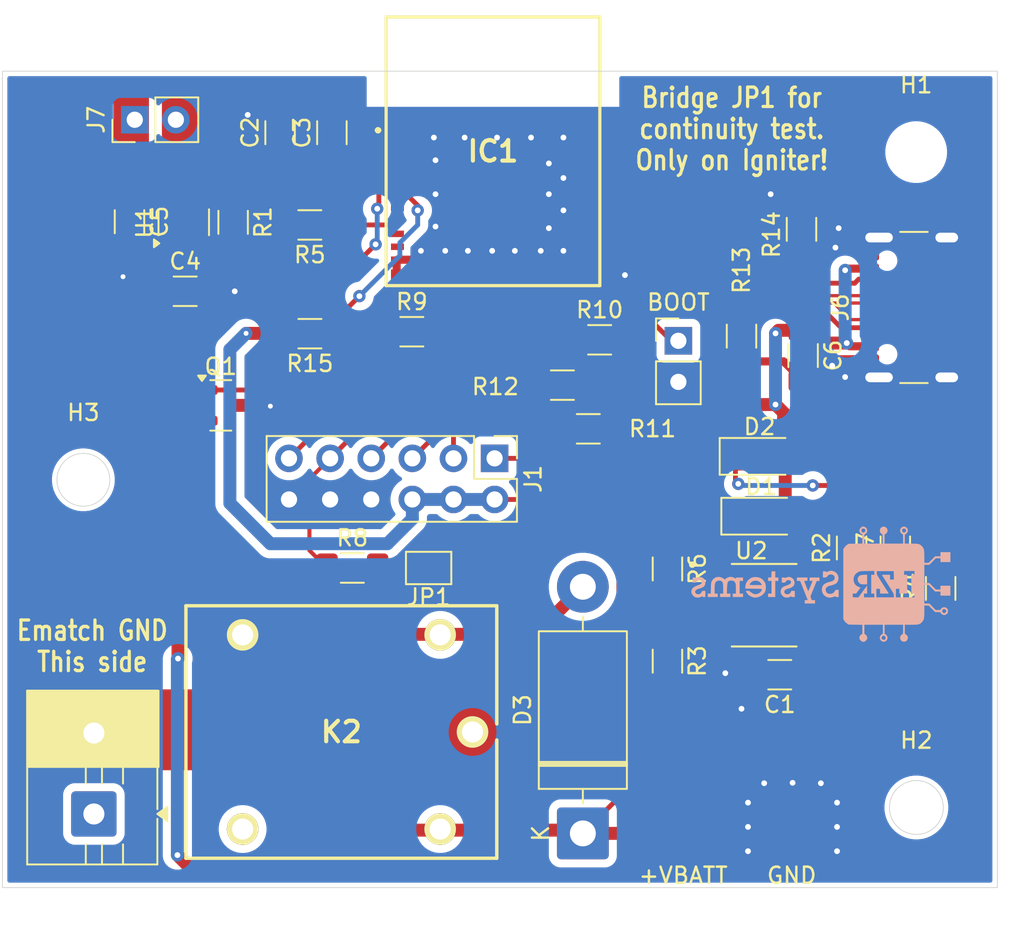
<source format=kicad_pcb>
(kicad_pcb (version 20241229) (generator "pcbnew") (generator_version "9.0")
  (layers (0 "F.Cu" signal) (2 "B.Cu" power) (13 "F.Paste" user) (15 "B.Paste" user) (5 "F.SilkS" user "F.Silkscreen") (7 "B.SilkS" user "B.Silkscreen") (1 "F.Mask" user) (3 "B.Mask" user) (25 "Edge.Cuts" user))
  (net 0 "")
  (net 1 "GND")
  (net 2 "VBATT+")
  (net 3 "+3.3V")
  (net 4 "+5V")
  (net 5 "Net-(D1-K)")
  (net 6 "Net-(D2-K)")
  (net 7 "Net-(D3-A)")
  (net 13 "/PUSH")
  (net 14 "/USB_DP")
  (net 15 "/USB_DN")
  (net 16 "Net-(IC1-IO9)")
  (net 18 "/iButton")
  (net 20 "/Relay")
  (net 25 "/I2C_SCL")
  (net 30 "/I2C_SDA")
  (net 34 "Net-(IC1-EN)")
  (net 36 "Net-(J5-Pin_2)")
  (net 37 "Net-(J6-CC1)")
  (net 39 "Net-(J6-CC2)")
  (net 41 "Net-(U1-EN)")
  (net 42 "Net-(U2-CE)")
  (net 43 "Net-(U2-VCC)")
  (net 44 "Net-(U2-~{STDBY})")
  (net 45 "Net-(U2-PROG)")
  (net 46 "Net-(U2-~{CHRG})")
  (net 48 "/R_LED")
  (net 49 "/G_LED")
  (net 51 "Net-(J7-Pin_1)")
  (net 52 "Net-(JP1-B)")
  (footprint "Library:C_1206_3216Metric_Pad1.33x1.80mm_HandSolder" (layer "F.Cu") (at 149.025 69.0575 -90)
    (property "Reference" "R6")
    (property "Value" "5k1")
  )
  (footprint "Library:PinHeader_1x02_P2.54mm_Vertical" (layer "F.Cu") (at 116.125 41.3 90)
    (property "Reference" "J7")
    (property "Value" "Conn_01x02")
  )
  (footprint "Library:MountingHole_3.2mm_M3" (layer "F.Cu") (at 164.4 83.8)
    (property "Reference" "H2")
    (property "Value" "MountingHole")
  )
  (footprint "Library:USB_C_Receptacle_GCT_USB4105-xx-A_16P_TopMnt_Horizontal" (layer "F.Cu") (at 165.2 52.9 90)
    (property "Reference" "J6")
    (property "Value" "USB_C_Receptacle_USB2.0_16P")
  )
  (footprint "Library:C_1206_3216Metric_Pad1.33x1.80mm_HandSolder" (layer "F.Cu") (at 129.5625 69)
    (property "Reference" "R8")
    (property "Value" "10k")
  )
  (footprint "Library:C_1206_3216Metric_Pad1.33x1.80mm_HandSolder" (layer "F.Cu") (at 126.942153 54.520181 180)
    (property "Reference" "R15")
    (property "Value" "10k")
  )
  (footprint "Library:C_1206_3216Metric_Pad1.33x1.80mm_HandSolder" (layer "F.Cu") (at 149.025 74.7575 -90)
    (property "Reference" "R3")
    (property "Value" "0.4R")
  )
  (footprint "Library:SOP127P600X175-9N" (layer "F.Cu") (at 155 71.3)
    (property "Reference" "U2")
    (property "Value" "TP4056")
  )
  (footprint "Library:PinHeader_2x06_P2.54mm_Vertical" (layer "F.Cu") (at 138.35 62.225 -90)
    (property "Reference" "J1")
    (property "Value" "Conn_02x06_Odd_Even")
  )
  (footprint "Library:C_1206_3216Metric_Pad1.33x1.80mm_HandSolder" (layer "F.Cu") (at 153.6 54.6725 -90)
    (property "Reference" "R13")
    (property "Value" "5k1")
  )
  (footprint "Library:SolderJumper-2_P1.3mm_Open_TrianglePad1.0x1.5mm" (layer "F.Cu") (at 134.275 69 180)
    (property "Reference" "JP1")
    (property "Value" "SolderJumper_2_Open")
  )
  (footprint "Library:SRD03VDCSLC" (layer "F.Cu") (at 134.98646 73.132648 180)
    (property "Reference" "K2")
    (property "Value" "SRD-03VDC-SL-C" (hide yes))
  )
  (footprint "Library:LED_1206_3216Metric_Pad1.42x1.75mm_HandSolder" (layer "F.Cu") (at 154.7125 62.1)
    (property "Reference" "D2")
    (property "Value" "LED")
  )
  (footprint "Library:C_1206_3216Metric_Pad1.33x1.80mm_HandSolder" (layer "F.Cu") (at 144.1375 60.4)
    (property "Reference" "R11")
    (property "Value" "5k1")
  )
  (footprint "Library:D_DO-201AD_P15.24mm_Horizontal" (layer "F.Cu") (at 143.8 85.4 90)
    (property "Reference" "D3")
    (property "Value" "~")
  )
  (footprint "Library:C_1206_3216Metric_Pad1.33x1.80mm_HandSolder" (layer "F.Cu") (at 142.5375 57.7)
    (property "Reference" "R12")
    (property "Value" "5k1")
  )
  (footprint "Library:C_1206_3216Metric_Pad1.33x1.80mm_HandSolder" (layer "F.Cu") (at 133.2375 54.4)
    (property "Reference" "R9")
    (property "Value" "22k")
  )
  (footprint "Library:SOT-23" (layer "F.Cu") (at 121.4375 58.95)
    (property "Reference" "Q1")
    (property "Value" "IRLML0030")
  )
  (footprint "Library:logoInverted" (layer "F.Cu") (at 158.5 70)
    (property "Reference" "G***" (hide yes))
    (property "Value" "LOGO" (hide yes))
  )
  (footprint "Library:C_1206_3216Metric_Pad1.33x1.80mm_HandSolder" (layer "F.Cu") (at 157.405 55.8725 -90)
    (property "Reference" "C6")
    (property "Value" "10u")
  )
  (footprint "Library:C_1206_3216Metric_Pad1.33x1.80mm_HandSolder" (layer "F.Cu") (at 119.2375 51.9)
    (property "Reference" "C4")
    (property "Value" "10u")
  )
  (footprint "Library:C_1206_3216Metric_Pad1.33x1.80mm_HandSolder" (layer "F.Cu") (at 160.4 67.7625 90)
    (property "Reference" "R2")
    (property "Value" "5k1")
  )
  (footprint "Library:PinHeader_1x02_P2.54mm_Vertical" (layer "F.Cu") (at 149.7 54.96)
    (property "Reference" "BOOT")
    (property "Value" "Conn_01x02")
  )
  (footprint "Library:ESP32C3MINI1N4" (layer "F.Cu") (at 138.25 45.95)
    (property "Reference" "IC1")
    (property "Value" "ESP32-C3-MINI-1-N4" (hide yes))
  )
  (footprint "Library:C_1206_3216Metric_Pad1.33x1.80mm_HandSolder" (layer "F.Cu") (at 126.9375 47.8 180)
    (property "Reference" "R5")
    (property "Value" "10k")
  )
  (footprint "Library:C_1206_3216Metric_Pad1.33x1.80mm_HandSolder" (layer "F.Cu") (at 144.8375 54.9)
    (property "Reference" "R10")
    (property "Value" "10k")
  )
  (footprint "Library:SolderWirePad_1x01_SMD_4x4mm" (layer "F.Cu") (at 150.4 85.2 -90)
    (property "Reference" "+VBATT")
    (property "Value" "Conn_01x01_Socket")
  )
  (footprint "Library:C_1206_3216Metric_Pad1.33x1.80mm_HandSolder" (layer "F.Cu") (at 165.9 70.2625 90)
    (property "Reference" "R4")
    (property "Value" "1k")
  )
  (footprint "Library:TerminalBlock_MaiXu_MX126-5.0-02P_1x02_P5.00mm" (layer "F.Cu") (at 113.6 84.2 90)
    (property "Reference" "J5" (hide yes))
    (property "Value" "Screw_Terminal_01x02")
  )
  (footprint "Library:C_1206_3216Metric_Pad1.33x1.80mm_HandSolder" (layer "F.Cu") (at 122.2 47.6375 -90)
    (property "Reference" "R1")
    (property "Value" "10k")
  )
  (footprint "Library:C_1206_3216Metric_Pad1.33x1.80mm_HandSolder" (layer "F.Cu") (at 155.9625 75.595 180)
    (property "Reference" "C1")
    (property "Value" "10u")
  )
  (footprint "Library:C_1206_3216Metric_Pad1.33x1.80mm_HandSolder" (layer "F.Cu") (at 125.1 42.1 90)
    (property "Reference" "C2")
    (property "Value" "10u")
  )
  (footprint "Library:MountingHole_3.2mm_M3" (layer "F.Cu") (at 112.95 63.55)
    (property "Reference" "H3")
    (property "Value" "MountingHole")
  )
  (footprint "Library:SolderWirePad_1x01_SMD_4x4mm" (layer "F.Cu") (at 156.738007 85.10905 -90)
    (property "Reference" "GND")
    (property "Value" "Conn_01x01_Socket")
  )
  (footprint "Library:C_1206_3216Metric_Pad1.33x1.80mm_HandSolder" (layer "F.Cu") (at 163.1 67.7625 90)
    (property "Reference" "R7")
    (property "Value" "1k")
  )
  (footprint "Library:C_1206_3216Metric_Pad1.33x1.80mm_HandSolder" (layer "F.Cu") (at 128.3 42.1 90)
    (property "Reference" "C3")
    (property "Value" "100n")
  )
  (footprint "Library:C_1206_3216Metric_Pad1.33x1.80mm_HandSolder" (layer "F.Cu") (at 115.8 47.6 -90)
    (property "Reference" "C5")
    (property "Value" "10u")
  )
  (footprint "Library:SOT-23-5" (layer "F.Cu") (at 119.150001 47.6375 90)
    (property "Reference" "U1")
    (property "Value" "AP2112K-3.3")
  )
  (footprint "Library:C_1206_3216Metric_Pad1.33x1.80mm_HandSolder" (layer "F.Cu") (at 157.305 48.0725 90)
    (property "Reference" "R14")
    (property "Value" "5k1")
  )
  (footprint "Library:LED_1206_3216Metric_Pad1.42x1.75mm_HandSolder" (layer "F.Cu") (at 154.8125 65.8)
    (property "Reference" "D1")
    (property "Value" "LED")
  )
  (footprint "Library:MountingHole_3.2mm_M3" (layer "F.Cu") (at 164.387951 43.3)
    (property "Reference" "H1")
    (property "Value" "MountingHole")
  )
  (gr_rect (start 109.48 76.58) (end 117.6 81.3) (stroke (width 0.1)) (fill yes) (layer "F.SilkS"))
  (gr_circle (center 164.387951 43.3) (end 165.387951 44.5) (stroke (width 0.05)) (fill no) (layer "Edge.Cuts"))
  (gr_circle (center 164.4 83.8) (end 165.65 84.9) (stroke (width 0.05)) (fill no) (layer "Edge.Cuts"))
  (gr_rect (start 107.95 38.3) (end 169.4 88.75) (stroke (width 0.05)) (fill no) (layer "Edge.Cuts"))
  (gr_circle (center 112.95 63.55) (end 113.7 65) (stroke (width 0.05)) (fill no) (layer "Edge.Cuts"))
  (gr_text "Bridge JP1 for\ncontinuity test.\nOnly on Igniter!" (at 153 44.5 0) (layer "F.SilkS") (effects (font (size 1.2 1) (thickness 0.2) (bold yes)) (justify bottom)))
  (gr_text "Ematch GND\nThis side" (at 113.5 75.5 0) (layer "F.SilkS") (effects (font (size 1.2 1) (thickness 0.2) (bold yes)) (justify bottom)))
  (segment (start 156.01 46.51) (end 155.4 45.9) (width 0.5) (layer "F.Cu") (net 1))
  (segment (start 142.6 42.4) (end 143.05 41.95) (width 0.5) (layer "F.Cu") (net 1))
  (segment (start 138.25 45.95) (end 136.275 45.95) (width 0.5) (layer "F.Cu") (net 1))
  (segment (start 161.52 49.155) (end 162.095 48.58) (width 0.5) (layer "F.Cu") (net 1))
  (segment (start 143.05 41.95) (end 143.05 41.05) (width 0.5) (layer "F.Cu") (net 1))
  (segment (start 159.2 56.5) (end 159.6 56.1) (width 0.5) (layer "F.Cu") (net 1))
  (segment (start 141.7 44) (end 141.675 43.975) (width 0.5) (layer "F.Cu") (net 1))
  (segment (start 154.4 75.595) (end 152.695 75.595) (width 0.8) (layer "F.Cu") (net 1))
  (segment (start 133.25 49.95) (end 133.8 49.4) (width 0.5) (layer "F.Cu") (net 1))
  (segment (start 154.365 71.935) (end 155 71.3) (width 0.5) (layer "F.Cu") (net 1))
  (segment (start 134.85 45.95) (end 134.8 45.9) (width 0.5) (layer "F.Cu") (net 1))
  (segment (start 128.3 41) (end 125.1 41) (width 0.5) (layer "F.Cu") (net 1))
  (segment (start 153.995 69.395) (end 155 70.4) (width 0.5) (layer "F.Cu") (net 1))
  (segment (start 153.6 56.235) (end 156.205 56.235) (width 0.5) (layer "F.Cu") (net 1))
  (segment (start 155 70.4) (end 155 71.3) (width 0.5) (layer "F.Cu") (net 1))
  (segment (start 135.05 50.85) (end 135.05 49.65) (width 0.3) (layer "F.Cu") (net 1))
  (segment (start 140.6 42.4) (end 140.65 42.35) (width 0.5) (layer "F.Cu") (net 1))
  (segment (start 161.52 56.1) (end 161.52 56.645) (width 0.5) (layer "F.Cu") (net 1))
  (segment (start 120.8 51.1) (end 120.8 51.9) (width 0.5) (layer "F.Cu") (net 1))
  (segment (start 156.205 56.235) (end 157.405 57.435) (width 0.5) (layer "F.Cu") (net 1))
  (segment (start 135.05 54.15) (end 135.05 50.85) (width 0.3) (layer "F.Cu") (net 1))
  (segment (start 152.695 75.595) (end 152.6 75.5) (width 0.8) (layer "F.Cu") (net 1))
  (segment (start 161.52 56.645) (end 162.095 57.22) (width 0.5) (layer "F.Cu") (net 1))
  (segment (start 140.225 47.925) (end 140.225 45.95) (width 0.5) (layer "F.Cu") (net 1))
  (segment (start 122.375001 58.95) (end 124.45 58.95) (width 0.8) (layer "F.Cu") (net 1))
  (segment (start 132.3 50.9) (end 132.3 50) (width 0.5) (layer "F.Cu") (net 1))
  (segment (start 140.225 47.925) (end 136.275 47.925) (width 0.5) (layer "F.Cu") (net 1))
  (segment (start 136.5 42.4) (end 135.85 41.75) (width 0.5) (layer "F.Cu") (net 1))
  (segment (start 160.45 48.85) (end 161.3 49.7) (width 0.5) (layer "F.Cu") (net 1))
  (segment (start 154.4 75.595) (end 154.4 76.9) (width 0.8) (layer "F.Cu") (net 1))
  (segment (start 132.3 41) (end 133.4 41) (width 0.5) (layer "F.Cu") (net 1))
  (segment (start 136.275 43.975) (end 138.25 43.975) (width 0.5) (layer "F.Cu") (net 1))
  (segment (start 150.925 69.395) (end 152.525 69.395) (width 0.3) (layer "F.Cu") (net 1))
  (segment (start 159.6 56.1) (end 160.5 56.1) (width 0.5) (layer "F.Cu") (net 1))
  (segment (start 132.35 41.05) (end 132.3 41) (width 0.3) (layer "F.Cu") (net 1))
  (segment (start 138.5 42.4) (end 138.25 42.15) (width 0.5) (layer "F.Cu") (net 1))
  (segment (start 140.225 43.975) (end 140.225 45.95) (width 0.5) (layer "F.Cu") (net 1))
  (segment (start 133.4 41) (end 133.45 41.05) (width 0.5) (layer "F.Cu") (net 1))
  (segment (start 135.05 49.65) (end 135.3 49.4) (width 0.3) (layer "F.Cu") (net 1))
  (segment (start 133.45 41.25) (end 133.45 41.05) (width 0.5) (layer "F.Cu") (net 1))
  (segment (start 159.75 48.85) (end 159.4 49.2) (width 0.5) (layer "F.Cu") (net 1))
  (segment (start 119.150001 48.775) (end 119.150001 49.450001) (width 0.5) (layer "F.Cu") (net 1))
  (segment (start 132.35 49.95) (end 133.25 49.95) (width 0.5) (layer "F.Cu") (net 1))
  (segment (start 157.305 46.51) (end 156.01 46.51) (width 0.5) (layer "F.Cu") (net 1))
  (segment (start 132.3 50) (end 132.35 49.95) (width 0.5) (layer "F.Cu") (net 1))
  (segment (start 140.225 45.95) (end 141.65 45.95) (width 0.5) (layer "F.Cu") (net 1))
  (segment (start 161.3 49.7) (end 161.52 49.7) (width 0.5) (layer "F.Cu") (net 1))
  (segment (start 119.150001 49.450001) (end 120.5 50.8) (width 0.5) (layer "F.Cu") (net 1))
  (segment (start 132.35 42.75) (end 132.35 41.05) (width 0.3) (layer "F.Cu") (net 1))
  (segment (start 134.875 43.975) (end 134.8 43.9) (width 0.5) (layer "F.Cu") (net 1))
  (segment (start 158.265 57.435) (end 157.405 57.435) (width 0.5) (layer "F.Cu") (net 1))
  (segment (start 141.65 45.95) (end 141.7 45.9) (width 0.5) (layer "F.Cu") (net 1))
  (segment (start 138.25 42.15) (end 138.25 41.05) (width 0.5) (layer "F.Cu") (net 1))
  (segment (start 140.225 47.925) (end 141.625 47.925) (width 0.5) (layer "F.Cu") (net 1))
  (segment (start 135.85 41.75) (end 135.85 41.05) (width 0.5) (layer "F.Cu") (net 1))
  (segment (start 136.275 47.925) (end 134.825 47.925) (width 0.5) (layer "F.Cu") (net 1))
  (segment (start 115.8 49.1625) (end 115.8 50.6) (width 0.5) (layer "F.Cu") (net 1))
  (segment (start 144.2 50.9) (end 146.4 50.9) (width 0.5) (layer "F.Cu") (net 1))
  (segment (start 115.8 50.6) (end 115.4 51) (width 0.5) (layer "F.Cu") (net 1))
  (segment (start 144.15 41.05) (end 144.2 41) (width 0.5) (layer "F.Cu") (net 1))
  (segment (start 136.275 43.975) (end 134.875 43.975) (width 0.5) (layer "F.Cu") (net 1))
  (segment (start 161.52 49.7) (end 161.52 49.155) (width 0.5) (layer "F.Cu") (net 1))
  (segment (start 141.675 43.975) (end 140.225 43.975) (width 0.5) (layer "F.Cu") (net 1))
  (segment (start 120.5 50.8) (end 120.8 51.1) (width 0.5) (layer "F.Cu") (net 1))
  (segment (start 141.625 47.925) (end 141.7 48) (width 0.5) (layer "F.Cu") (net 1))
  (segment (start 122.45 58.95) (end 122.5 59) (width 0.3) (layer "F.Cu") (net 1))
  (segment (start 134.825 47.925) (end 134.8 47.9) (width 0.5) (layer "F.Cu") (net 1))
  (segment (start 125.1 41) (end 123.1 41) (width 0.5) (layer "F.Cu") (net 1))
  (segment (start 136.275 45.95) (end 134.85 45.95) (width 0.5) (layer "F.Cu") (net 1))
  (segment (start 140.225 43.975) (end 138.25 43.975) (width 0.5) (layer "F.Cu") (net 1))
  (segment (start 155 71.3) (end 154.4 71.9) (width 0.8) (layer "F.Cu") (net 1))
  (segment (start 160 57.2) (end 160 56.6) (width 0.5) (layer "F.Cu") (net 1))
  (segment (start 160.5 56.1) (end 161.52 56.1) (width 0.5) (layer "F.Cu") (net 1))
  (segment (start 122.375001 58.95) (end 122.45 58.95) (width 0.3) (layer "F.Cu") (net 1))
  (segment (start 152.525 69.395) (end 153.995 69.395) (width 0.5) (layer "F.Cu") (net 1))
  (segment (start 152.525 71.935) (end 154.365 71.935) (width 0.5) (layer "F.Cu") (net 1))
  (segment (start 154.4 71.9) (end 154.4 75.595) (width 0.8) (layer "F.Cu") (net 1))
  (segment (start 160 56.6) (end 160.5 56.1) (width 0.5) (layer "F.Cu") (net 1))
  (segment (start 160.45 48.85) (end 159.75 48.85) (width 0.5) (layer "F.Cu") (net 1))
  (segment (start 159.2 56.5) (end 158.265 57.435) (width 0.5) (layer "F.Cu") (net 1))
  (segment (start 134.6 42.4) (end 133.45 41.25) (width 0.5) (layer "F.Cu") (net 1))
  (segment (start 149.025 67.495) (end 150.925 69.395) (width 0.3) (layer "F.Cu") (net 1))
  (segment (start 134.8 54.4) (end 135.05 54.15) (width 0.3) (layer "F.Cu") (net 1))
  (segment (start 122.3 51.9) (end 120.8 51.9) (width 0.5) (layer "F.Cu") (net 1))
  (segment (start 133.45 41.05) (end 144.15 41.05) (width 0.5) (layer "F.Cu") (net 1))
  (segment (start 140.65 42.35) (end 140.65 41.05) (width 0.5) (layer "F.Cu") (net 1))
  (segment (start 124.45 58.95) (end 124.5 59) (width 0.8) (layer "F.Cu") (net 1))
  (segment (start 136.275 47.925) (end 136.275 43.975) (width 0.5) (layer "F.Cu") (net 1))
  (segment (start 159.6 48) (end 160.45 48.85) (width 0.5) (layer "F.Cu") (net 1))
  (segment (start 154.4 76.9) (end 153.6 77.7) (width 0.8) (layer "F.Cu") (net 1))
  (via (at 154 85) (size 0.762) (drill 0.3556) (layers "F.Cu" "B.Cu") (net 1))
  (via (at 138.2 49.4) (size 0.762) (drill 0.3556) (layers "F.Cu" "B.Cu") (net 1))
  (via (at 154 86.5) (size 0.762) (drill 0.3556) (layers "F.Cu" "B.Cu") (net 1))
  (via (at 133.8 49.4) (size 0.762) (drill 0.3556) (layers "F.Cu" "B.Cu") (net 1))
  (via (at 139.6 49.4) (size 0.762) (drill 0.3556) (layers "F.Cu" "B.Cu") (net 1))
  (via (at 134.7 45.9) (size 0.762) (drill 0.3556) (layers "F.Cu" "B.Cu") (net 1))
  (via (at 124.5 59) (size 0.6) (drill 0.3) (layers "F.Cu" "B.Cu") (net 1))
  (via (at 134.6 42.4) (size 0.762) (drill 0.3556) (layers "F.Cu" "B.Cu") (net 1))
  (via (at 159.5 85) (size 0.762) (drill 0.3556) (layers "F.Cu" "B.Cu") (net 1))
  (via (at 134.7 47.9) (size 0.762) (drill 0.3556) (layers "F.Cu" "B.Cu") (net 1))
  (via (at 159.5 83.5) (size 0.762) (drill 0.3556) (layers "F.Cu" "B.Cu") (net 1))
  (via (at 115.4 51) (size 0.6) (drill 0.3) (layers "F.Cu" "B.Cu") (net 1))
  (via (at 141.2 49.4) (size 0.762) (drill 0.3556) (layers "F.Cu" "B.Cu") (net 1))
  (via (at 138.5 42.4) (size 0.762) (drill 0.3556) (layers "F.Cu" "B.Cu") (net 1))
  (via (at 159.4 49.2) (size 0.762) (drill 0.3556) (layers "F.Cu" "B.Cu") (net 1))
  (via (at 141.7 48) (size 0.762) (drill 0.3556) (layers "F.Cu" "B.Cu") (net 1))
  (via (at 123.1 41) (size 0.762) (drill 0.3556) (layers "F.Cu" "B.Cu") (net 1))
  (via (at 142.6 42.4) (size 0.762) (drill 0.3556) (layers "F.Cu" "B.Cu") (net 1))
  (via (at 141.7 45.9) (size 0.762) (drill 0.3556) (layers "F.Cu" "B.Cu") (net 1))
  (via (at 122.3 51.9) (size 0.762) (drill 0.3556) (layers "F.Cu" "B.Cu") (net 1))
  (via (at 142.6 46.9) (size 0.762) (drill 0.3556) (layers "F.Cu" "B.Cu") (net 1))
  (via (at 136.5 42.4) (size 0.762) (drill 0.3556) (layers "F.Cu" "B.Cu") (net 1))
  (via (at 135.3 49.4) (size 0.762) (drill 0.3556) (layers "F.Cu" "B.Cu") (net 1))
  (via (at 141.7 44) (size 0.762) (drill 0.3556) (layers "F.Cu" "B.Cu") (net 1))
  (via (at 160 57.2) (size 0.762) (drill 0.3556) (layers "F.Cu" "B.Cu") (net 1))
  (via (at 142.6 49.4) (size 0.762) (drill 0.3556) (layers "F.Cu" "B.Cu") (net 1))
  (via (at 146.4 50.9) (size 0.762) (drill 0.3556) (layers "F.Cu" "B.Cu") (net 1))
  (via (at 152.6 75.5) (size 0.762) (drill 0.3556) (layers "F.Cu" "B.Cu") (net 1))
  (via (at 140.6 42.4) (size 0.762) (drill 0.3556) (layers "F.Cu" "B.Cu") (net 1))
  (via (at 159.2 56.5) (size 0.762) (drill 0.3556) (layers "F.Cu" "B.Cu") (net 1))
  (via (at 156.754297 82.274663) (size 0.762) (drill 0.3556) (layers "F.Cu" "B.Cu") (net 1))
  (via (at 155 82.3) (size 0.762) (drill 0.3556) (layers "F.Cu" "B.Cu") (net 1))
  (via (at 142.6 44.9) (size 0.762) (drill 0.3556) (layers "F.Cu" "B.Cu") (net 1))
  (via (at 153.6 77.7) (size 0.762) (drill 0.3556) (layers "F.Cu" "B.Cu") (net 1))
  (via (at 154 83.5) (size 0.762) (drill 0.3556) (layers "F.Cu" "B.Cu") (net 1))
  (via (at 136.7 49.4) (size 0.762) (drill 0.3556) (layers "F.Cu" "B.Cu") (net 1))
  (via (at 158.5 82.3) (size 0.762) (drill 0.3556) (layers "F.Cu" "B.Cu") (net 1))
  (via (at 155.4 45.9) (size 0.762) (drill 0.3556) (layers "F.Cu" "B.Cu") (net 1))
  (via (at 134.7 43.8) (size 0.762) (drill 0.3556) (layers "F.Cu" "B.Cu") (net 1))
  (via (at 159.5 86.5) (size 0.762) (drill 0.3556) (layers "F.Cu" "B.Cu") (net 1))
  (via (at 159.6 48) (size 0.762) (drill 0.3556) (layers "F.Cu" "B.Cu") (net 1))
  (segment (start 123.2 50.2) (end 123.2 52.6) (width 0.3) (layer "F.Cu") (net 2))
  (segment (start 122.2 49.2) (end 123.2 50.2) (width 0.3) (layer "F.Cu") (net 2))
  (segment (start 143.8 85.4) (end 150.2 85.4) (width 0.8) (layer "F.Cu") (net 2))
  (segment (start 157.405 75.595) (end 157.525 75.595) (width 0.5) (layer "F.Cu") (net 2))
  (segment (start 123.2 52.6) (end 122 53.8) (width 0.3) (layer "F.Cu") (net 2))
  (segment (start 122 53.8) (end 118.675 53.8) (width 0.3) (layer "F.Cu") (net 2))
  (segment (start 151.5 84.1) (end 151.5 81.5) (width 0.5) (layer "F.Cu") (net 2))
  (segment (start 131.1 85.2) (end 143.6 85.2) (width 0.8) (layer "F.Cu") (net 2))
  (segment (start 143.6 85.2) (end 143.8 85.4) (width 0.8) (layer "F.Cu") (net 2))
  (segment (start 118.794692 74.598078) (end 118.794692 62.294692) (width 0.8) (layer "F.Cu") (net 2))
  (segment (start 118.75615 86.738897) (end 119.286605 87.269352) (width 0.8) (layer "F.Cu") (net 2))
  (segment (start 150.2 85.4) (end 150.4 85.2) (width 0.8) (layer "F.Cu") (net 2))
  (segment (start 157.525 75.595) (end 157.525 73.255) (width 0.5) (layer "F.Cu") (net 2))
  (segment (start 135 69) (end 136.5 67.5) (width 0.3) (layer "F.Cu") (net 2))
  (segment (start 157.525 73.255) (end 157.475 73.205) (width 0.5) (layer "F.Cu") (net 2))
  (segment (start 150.4 85.2) (end 151.5 84.1) (width 0.5) (layer "F.Cu") (net 2))
  (segment (start 151.5 81.5) (end 157.405 75.595) (width 0.5) (layer "F.Cu") (net 2))
  (segment (start 117.675 54.8) (end 117.675 51.9) (width 0.8) (layer "F.Cu") (net 2))
  (segment (start 118.200002 48.775) (end 118.200002 51.374998) (width 0.8) (layer "F.Cu") (net 2))
  (segment (start 119.286605 87.269352) (end 129.030648 87.269352) (width 0.8) (layer "F.Cu") (net 2))
  (segment (start 117.675 61.175) (end 117.675 54.8) (width 0.8) (layer "F.Cu") (net 2))
  (segment (start 118.200002 51.374998) (end 117.675 51.9) (width 0.8) (layer "F.Cu") (net 2))
  (segment (start 136.5 67.5) (end 145 67.5) (width 0.3) (layer "F.Cu") (net 2))
  (segment (start 146.023208 83.176792) (end 143.8 85.4) (width 0.3) (layer "F.Cu") (net 2))
  (segment (start 118.794692 62.294692) (end 117.675 61.175) (width 0.8) (layer "F.Cu") (net 2))
  (segment (start 118.675 53.8) (end 117.675 54.8) (width 0.3) (layer "F.Cu") (net 2))
  (segment (start 145 67.5) (end 146.023208 68.523208) (width 0.3) (layer "F.Cu") (net 2))
  (segment (start 129.030648 87.269352) (end 131.1 85.2) (width 0.8) (layer "F.Cu") (net 2))
  (segment (start 143.6 85.6) (end 143.8 85.4) (width 0.5) (layer "F.Cu") (net 2))
  (segment (start 146.023208 68.523208) (end 146.023208 83.176792) (width 0.3) (layer "F.Cu") (net 2))
  (via (at 118.794692 74.598078) (size 0.762) (drill 0.3556) (layers "F.Cu" "B.Cu") (net 2))
  (via (at 118.758627 86.741373) (size 0.762) (drill 0.3556) (layers "F.Cu" "B.Cu") (net 2))
  (segment (start 118.75615 86.738897) (end 118.75615 74.63662) (width 0.8) (layer "B.Cu") (net 2))
  (segment (start 118.75615 74.63662) (end 118.794692 74.598078) (width 0.8) (layer "B.Cu") (net 2))
  (segment (start 125.4 43.9625) (end 125.4 47.775) (width 0.8) (layer "F.Cu") (net 3))
  (segment (start 123 54.5) (end 125.359472 54.5) (width 0.8) (layer "F.Cu") (net 3))
  (segment (start 144.1 58.8) (end 145.7 60.4) (width 0.3) (layer "F.Cu") (net 3))
  (segment (start 146.4 54.9) (end 144.1 57.2) (width 0.3) (layer "F.Cu") (net 3))
  (segment (start 125.1 43.6625) (end 125.4 43.9625) (width 0.8) (layer "F.Cu") (net 3))
  (segment (start 132.35 43.55) (end 128.4125 43.55) (width 0.5) (layer "F.Cu") (net 3))
  (segment (start 144.1 57.7) (end 144.1 58.8) (width 0.3) (layer "F.Cu") (net 3))
  (segment (start 128.4125 43.55) (end 128.3 43.6625) (width 0.5) (layer "F.Cu") (net 3))
  (segment (start 145.7 60.4) (end 145.7 63.3) (width 0.3) (layer "F.Cu") (net 3))
  (segment (start 144.235 64.765) (end 138.35 64.765) (width 0.3) (layer "F.Cu") (net 3))
  (segment (start 133.535 64.5) (end 133.27 64.765) (width 0.3) (layer "F.Cu") (net 3))
  (segment (start 125.359472 54.5) (end 125.379653 54.520181) (width 0.8) (layer "F.Cu") (net 3))
  (segment (start 125.375 54.515528) (end 125.379653 54.520181) (width 0.8) (layer "F.Cu") (net 3))
  (segment (start 125.375 47.8) (end 125.375 48.275) (width 0.5) (layer "F.Cu") (net 3))
  (segment (start 125.4 47.775) (end 125.375 47.8) (width 0.8) (layer "F.Cu") (net 3))
  (segment (start 144.1 57.2) (end 144.1 57.7) (width 0.3) (layer "F.Cu") (net 3))
  (segment (start 145.7 63.3) (end 144.235 64.765) (width 0.3) (layer "F.Cu") (net 3))
  (segment (start 125.375 47.8) (end 125.375 54.515528) (width 0.8) (layer "F.Cu") (net 3))
  (via (at 123 54.5) (size 0.6) (drill 0.3) (layers "F.Cu" "B.Cu") (net 3))
  (segment (start 131.73 67.5) (end 133.27 65.96) (width 0.8) (layer "B.Cu") (net 3))
  (segment (start 133.27 65.96) (end 133.27 64.765) (width 0.8) (layer "B.Cu") (net 3))
  (segment (start 123 54.5) (end 122 55.5) (width 0.8) (layer "B.Cu") (net 3))
  (segment (start 122 55.5) (end 122 65) (width 0.8) (layer "B.Cu") (net 3))
  (segment (start 122 65) (end 124.5 67.5) (width 0.8) (layer "B.Cu") (net 3))
  (segment (start 133.27 64.765) (end 138.35 64.765) (width 0.8) (layer "B.Cu") (net 3))
  (segment (start 124.5 67.5) (end 131.73 67.5) (width 0.8) (layer "B.Cu") (net 3))
  (segment (start 155.7 58.9) (end 153.1 58.9) (width 0.8) (layer "F.Cu") (net 4))
  (segment (start 156.2 62.1) (end 156.2 59.8) (width 0.8) (layer "F.Cu") (net 4))
  (segment (start 155.89 54.31) (end 157.405 54.31) (width 0.8) (layer "F.Cu") (net 4))
  (segment (start 156.3 62.2) (end 156.3 65.8) (width 0.8) (layer "F.Cu") (net 4))
  (segment (start 156.2 62.1) (end 156.3 62.2) (width 0.8) (layer "F.Cu") (net 4))
  (segment (start 161.52 50.5) (end 160.1 50.5) (width 0.5) (layer "F.Cu") (net 4))
  (segment (start 148.18 76.32) (end 149.025 76.32) (width 0.3) (layer "F.Cu") (net 4))
  (segment (start 156.7 66.2) (end 156.3 65.8) (width 0.8) (layer "F.Cu") (net 4))
  (segment (start 158.195 55.1) (end 157.405 54.31) (width 0.8) (layer "F.Cu") (net 4))
  (segment (start 147.1 64.9) (end 147.1 75.3) (width 0.8) (layer "F.Cu") (net 4))
  (segment (start 148.12 76.32) (end 149.025 76.32) (width 0.8) (layer "F.Cu") (net 4))
  (segment (start 153.1 58.9) (end 147.1 64.9) (width 0.8) (layer "F.Cu") (net 4))
  (segment (start 161.52 55.3) (end 160.3 55.3) (width 0.5) (layer "F.Cu") (net 4))
  (segment (start 160.4 66.2) (end 156.7 66.2) (width 0.8) (layer "F.Cu") (net 4))
  (segment (start 160.3 55.3) (end 160.1 55.1) (width 0.5) (layer "F.Cu") (net 4))
  (segment (start 160.1 55.1) (end 158.195 55.1) (width 0.8) (layer "F.Cu") (net 4))
  (segment (start 148.15 76.35) (end 148.18 76.32) (width 0.3) (layer "F.Cu") (net 4))
  (segment (start 155.7 54.5) (end 155.89 54.31) (width 0.8) (layer "F.Cu") (net 4))
  (segment (start 160.1 50.5) (end 160 50.6) (width 0.5) (layer "F.Cu") (net 4))
  (segment (start 156.2 59.8) (end 156.2 59.4) (width 0.8) (layer "F.Cu") (net 4))
  (segment (start 156.2 59.4) (end 155.7 58.9) (width 0.8) (layer "F.Cu") (net 4))
  (segment (start 147.1 75.3) (end 148.12 76.32) (width 0.8) (layer "F.Cu") (net 4))
  (via (at 155.7 54.5) (size 0.762) (drill 0.3556) (layers "F.Cu" "B.Cu") (net 4))
  (via (at 160.1 55.1) (size 0.762) (drill 0.3556) (layers "F.Cu" "B.Cu") (net 4))
  (via (at 155.7 58.9) (size 0.762) (drill 0.3556) (layers "F.Cu" "B.Cu") (net 4))
  (via (at 160 50.6) (size 0.762) (drill 0.3556) (layers "F.Cu" "B.Cu") (net 4))
  (segment (start 155.7 54.5) (end 155.7 58.9) (width 0.8) (layer "B.Cu") (net 4))
  (segment (start 160 55) (end 160.1 55.1) (width 0.8) (layer "B.Cu") (net 4))
  (segment (start 160 50.6) (end 160 55) (width 0.8) (layer "B.Cu") (net 4))
  (segment (start 165.1 67.9) (end 154.2 67.9) (width 0.3) (layer "F.Cu") (net 5))
  (segment (start 165.9 68.7) (end 165.1 67.9) (width 0.3) (layer "F.Cu") (net 5))
  (segment (start 153.325 67.025) (end 153.325 65.8) (width 0.3) (layer "F.Cu") (net 5))
  (segment (start 154.2 67.9) (end 153.325 67.025) (width 0.3) (layer "F.Cu") (net 5))
  (segment (start 160.8 63.9) (end 159.5 63.9) (width 0.3) (layer "F.Cu") (net 6))
  (segment (start 163.1 66.2) (end 160.8 63.9) (width 0.3) (layer "F.Cu") (net 6))
  (segment (start 153.4 63.8) (end 153.225 63.625) (width 0.3) (layer "F.Cu") (net 6))
  (segment (start 159.5 63.9) (end 158 63.9) (width 0.3) (layer "F.Cu") (net 6))
  (segment (start 153.225 63.625) (end 153.225 62.1) (width 0.3) (layer "F.Cu") (net 6))
  (via (at 158 63.9) (size 0.762) (drill 0.3556) (layers "F.Cu" "B.Cu") (net 6))
  (via (at 153.4 63.8) (size 0.762) (drill 0.3556) (layers "F.Cu" "B.Cu") (net 6))
  (segment (start 158 63.9) (end 153.5 63.9) (width 0.3) (layer "B.Cu") (net 6))
  (segment (start 158 63.9) (end 157.9 63.8) (width 0.5) (layer "B.Cu") (net 6))
  (segment (start 153.5 63.9) (end 153.4 63.8) (width 0.3) (layer "B.Cu") (net 6))
  (segment (start 140.86 73.1) (end 143.8 70.16) (width 0.8) (layer "F.Cu") (net 7))
  (segment (start 120.5 59.9) (end 120.5 65.5) (width 0.8) (layer "F.Cu") (net 7))
  (segment (start 120.5 65.5) (end 128.1 73.1) (width 0.8) (layer "F.Cu") (net 7))
  (segment (start 135 73.1) (end 140.86 73.1) (width 0.8) (layer "F.Cu") (net 7))
  (segment (start 128.1 73.1) (end 135 73.1) (width 0.8) (layer "F.Cu") (net 7))
  (segment (start 131.675 58.74) (end 131.675 54.4) (width 0.3) (layer "F.Cu") (net 13))
  (segment (start 128.19 62.225) (end 131.675 58.74) (width 0.3) (layer "F.Cu") (net 13))
  (segment (start 126.912024 63.502976) (end 126.912024 67.912024) (width 0.25) (layer "F.Cu") (net 13))
  (segment (start 126.912024 67.912024) (end 128 69) (width 0.25) (layer "F.Cu") (net 13))
  (segment (start 128.19 62.225) (end 126.912024 63.502976) (width 0.25) (layer "F.Cu") (net 13))
  (segment (start 131.675 53.925) (end 133.45 52.15) (width 0.3) (layer "F.Cu") (net 13))
  (segment (start 133.45 52.15) (end 133.45 50.85) (width 0.3) (layer "F.Cu") (net 13))
  (segment (start 131.675 54.4) (end 131.675 53.925) (width 0.3) (layer "F.Cu") (net 13))
  (segment (start 161.52 52.15) (end 162.35 52.15) (width 0.2032) (layer "F.Cu") (net 14))
  (segment (start 162.35 53.15) (end 161.52 53.15) (width 0.2032) (layer "F.Cu") (net 14))
  (segment (start 162.6 52.786975) (end 162.6 52.9) (width 0.2032) (layer "F.Cu") (net 14))
  (segment (start 162.6 52.686694) (end 162.6 52.786975) (width 0.2032) (layer "F.Cu") (net 14))
  (segment (start 162.6 52.9) (end 162.35 53.15) (width 0.2032) (layer "F.Cu") (net 14))
  (segment (start 162.6 52.4) (end 162.6 52.686694) (width 0.2032) (layer "F.Cu") (net 14))
  (segment (start 144.15 48.35) (end 144.750001 48.35) (width 0.2032) (layer "F.Cu") (net 14))
  (segment (start 144.923401 48.5234) (end 153.043862 48.5234) (width 0.2032) (layer "F.Cu") (net 14))
  (segment (start 144.750001 48.35) (end 144.923401 48.5234) (width 0.2032) (layer "F.Cu") (net 14))
  (segment (start 161.4966 52.1734) (end 161.52 52.15) (width 0.2032) (layer "F.Cu") (net 14))
  (segment (start 153.043862 48.5234) (end 156.693862 52.1734) (width 0.2032) (layer "F.Cu") (net 14))
  (segment (start 162.35 52.15) (end 162.6 52.4) (width 0.2032) (layer "F.Cu") (net 14))
  (segment (start 156.693862 52.1734) (end 161.4966 52.1734) (width 0.2032) (layer "F.Cu") (net 14))
  (segment (start 161.4966 52.6266) (end 161.52 52.65) (width 0.2032) (layer "F.Cu") (net 15))
  (segment (start 160.3234 53.65) (end 161.52 53.65) (width 0.2032) (layer "F.Cu") (net 15))
  (segment (start 160.3234 53.65) (end 159.3 52.6266) (width 0.2032) (layer "F.Cu") (net 15))
  (segment (start 144.750001 49.15) (end 144.15 49.15) (width 0.2032) (layer "F.Cu") (net 15))
  (segment (start 152.856138 48.9766) (end 144.923401 48.9766) (width 0.2032) (layer "F.Cu") (net 15))
  (segment (start 159.3 52.6266) (end 161.4966 52.6266) (width 0.2032) (layer "F.Cu") (net 15))
  (segment (start 156.506138 52.6266) (end 152.856138 48.9766) (width 0.2032) (layer "F.Cu") (net 15))
  (segment (start 159.3 52.6266) (end 156.506138 52.6266) (width 0.2032) (layer "F.Cu") (net 15))
  (segment (start 144.923401 48.9766) (end 144.750001 49.15) (width 0.2032) (layer "F.Cu") (net 15))
  (segment (start 149.26 54.96) (end 147.3 53) (width 0.3) (layer "F.Cu") (net 16))
  (segment (start 149.7 54.96) (end 149.26 54.96) (width 0.3) (layer "F.Cu") (net 16))
  (segment (start 143.275 54.9) (end 143.275 53.625) (width 0.3) (layer "F.Cu") (net 16))
  (segment (start 143.9 53) (end 143 53) (width 0.3) (layer "F.Cu") (net 16))
  (segment (start 147.3 53) (end 143.9 53) (width 0.3) (layer "F.Cu") (net 16))
  (segment (start 143 53) (end 142.25 52.25) (width 0.3) (layer "F.Cu") (net 16))
  (segment (start 143.275 53.625) (end 143.9 53) (width 0.3) (layer "F.Cu") (net 16))
  (segment (start 142.25 52.25) (end 142.25 50.85) (width 0.3) (layer "F.Cu") (net 16))
  (segment (start 132.35 45.95) (end 132.4 45.9) (width 0.3) (layer "F.Cu") (net 18))
  (segment (start 128.504653 54.520181) (end 128.504653 59.370347) (width 0.3) (layer "F.Cu") (net 18))
  (segment (start 132.4 45.9) (end 132.9 45.9) (width 0.3) (layer "F.Cu") (net 18))
  (segment (start 128.504653 59.370347) (end 125.65 62.225) (width 0.3) (layer "F.Cu") (net 18))
  (segment (start 133.6 46.6) (end 133.6 46.9) (width 0.3) (layer "F.Cu") (net 18))
  (segment (start 132.9 45.9) (end 133.6 46.6) (width 0.3) (layer "F.Cu") (net 18))
  (segment (start 128.504653 54.520181) (end 128.504653 53.695347) (width 0.3) (layer "F.Cu") (net 18))
  (segment (start 128.504653 53.695347) (end 130 52.2) (width 0.3) (layer "F.Cu") (net 18))
  (via (at 133.6 46.9) (size 0.762) (drill 0.3556) (layers "F.Cu" "B.Cu") (net 18))
  (via (at 130 52.2) (size 0.762) (drill 0.3556) (layers "F.Cu" "B.Cu") (net 18))
  (segment (start 132.5 49.7) (end 130 52.2) (width 0.3) (layer "B.Cu") (net 18))
  (segment (start 132.5 48.9) (end 132.5 49.7) (width 0.3) (layer "B.Cu") (net 18))
  (segment (start 133.6 46.9) (end 133.6 47.8) (width 0.3) (layer "B.Cu") (net 18))
  (segment (start 133.6 47.8) (end 132.5 48.9) (width 0.3) (layer "B.Cu") (net 18))
  (segment (start 131.35 45.15) (end 131.2 45.3) (width 0.3) (layer "F.Cu") (net 20))
  (segment (start 127 53) (end 127 55) (width 0.3) (layer "F.Cu") (net 20))
  (segment (start 131 49) (end 127 53) (width 0.3) (layer "F.Cu") (net 20))
  (segment (start 127 55) (end 124 58) (width 0.3) (layer "F.Cu") (net 20))
  (segment (start 132.35 45.15) (end 131.35 45.15) (width 0.3) (layer "F.Cu") (net 20))
  (segment (start 131.2 45.3) (end 131.2 46.7) (width 0.3) (layer "F.Cu") (net 20))
  (segment (start 124 58) (end 120.5 58) (width 0.3) (layer "F.Cu") (net 20))
  (segment (start 131.2 46.7) (end 131.1 46.8) (width 0.3) (layer "F.Cu") (net 20))
  (via (at 131.1 46.8) (size 0.762) (drill 0.3556) (layers "F.Cu" "B.Cu") (net 20))
  (via (at 131 49) (size 0.762) (drill 0.3556) (layers "F.Cu" "B.Cu") (net 20))
  (segment (start 131.1 48.9) (end 131 49) (width 0.3) (layer "B.Cu") (net 20))
  (segment (start 131.1 46.8) (end 131.1 48.9) (width 0.3) (layer "B.Cu") (net 20))
  (segment (start 141.725 62.225) (end 138.35 62.225) (width 0.3) (layer "F.Cu") (net 25))
  (segment (start 142.575 61.375) (end 141.725 62.225) (width 0.3) (layer "F.Cu") (net 25))
  (segment (start 141.7 56.1) (end 141.7 51.7) (width 0.3) (layer "F.Cu") (net 25))
  (segment (start 141.5 50.9) (end 141.45 50.85) (width 0.3) (layer "F.Cu") (net 25))
  (segment (start 142.575 60.4) (end 142.575 61.375) (width 0.3) (layer "F.Cu") (net 25))
  (segment (start 142.5 60.475) (end 142.575 60.4) (width 0.3) (layer "F.Cu") (net 25))
  (segment (start 141.7 51.7) (end 141.5 51.5) (width 0.3) (layer "F.Cu") (net 25))
  (segment (start 142.575 60.4) (end 142.575 56.975) (width 0.3) (layer "F.Cu") (net 25))
  (segment (start 141.5 51.5) (end 141.5 50.9) (width 0.3) (layer "F.Cu") (net 25))
  (segment (start 142.575 56.975) (end 141.7 56.1) (width 0.3) (layer "F.Cu") (net 25))
  (segment (start 141.1 51.8) (end 141.1 57.575) (width 0.3) (layer "F.Cu") (net 30))
  (segment (start 141.1 57.575) (end 140.975 57.7) (width 0.3) (layer "F.Cu") (net 30))
  (segment (start 140.975 57.7) (end 138.8 57.7) (width 0.3) (layer "F.Cu") (net 30))
  (segment (start 135.81 60.69) (end 135.81 62.225) (width 0.3) (layer "F.Cu") (net 30))
  (segment (start 140.65 51.35) (end 141.1 51.8) (width 0.3) (layer "F.Cu") (net 30))
  (segment (start 138.8 57.7) (end 135.81 60.69) (width 0.3) (layer "F.Cu") (net 30))
  (segment (start 140.65 50.85) (end 140.65 51.35) (width 0.3) (layer "F.Cu") (net 30))
  (segment (start 132.35 47.55) (end 132.1 47.8) (width 0.3) (layer "F.Cu") (net 34))
  (segment (start 132.1 47.8) (end 128.5 47.8) (width 0.3) (layer "F.Cu") (net 34))
  (segment (start 161.520001 54.15) (end 159.75 54.15) (width 0.3) (layer "F.Cu") (net 37))
  (segment (start 159.75 54.15) (end 158.71 53.11) (width 0.3) (layer "F.Cu") (net 37))
  (segment (start 158.71 53.11) (end 154.005 53.11) (width 0.3) (layer "F.Cu") (net 37))
  (segment (start 158.4 51.4) (end 157.305 50.305) (width 0.3) (layer "F.Cu") (net 39))
  (segment (start 161.52 51.15) (end 160.841881 51.15) (width 0.3) (layer "F.Cu") (net 39))
  (segment (start 160.591881 51.4) (end 158.4 51.4) (width 0.3) (layer "F.Cu") (net 39))
  (segment (start 157.305 50.305) (end 157.305 49.635) (width 0.3) (layer "F.Cu") (net 39))
  (segment (start 160.841881 51.15) (end 160.591881 51.4) (width 0.3) (layer "F.Cu") (net 39))
  (segment (start 121.925 46.075) (end 120.142988 47.857012) (width 0.3) (layer "F.Cu") (net 41))
  (segment (start 122.2 46.075) (end 121.925 46.075) (width 0.3) (layer "F.Cu") (net 41))
  (segment (start 120.142988 48.732012) (end 120.1 48.775) (width 0.3) (layer "F.Cu") (net 41))
  (segment (start 120.142988 47.857012) (end 120.142988 48.732012) (width 0.3) (layer "F.Cu") (net 41))
  (segment (start 157.475 69.395) (end 160.33 69.395) (width 0.3) (layer "F.Cu") (net 42))
  (segment (start 160.33 69.395) (end 160.4 69.325) (width 0.3) (layer "F.Cu") (net 42))
  (segment (start 152.515 73.195) (end 152.525 73.205) (width 0.8) (layer "F.Cu") (net 43))
  (segment (start 149.025 73.195) (end 152.515 73.195) (width 0.8) (layer "F.Cu") (net 43))
  (segment (start 165.1 71.825) (end 157.585 71.825) (width 0.3) (layer "F.Cu") (net 44))
  (segment (start 157.585 71.825) (end 157.475 71.935) (width 0.3) (layer "F.Cu") (net 44))
  (segment (start 149.025 70.62) (end 152.48 70.62) (width 0.3) (layer "F.Cu") (net 45))
  (segment (start 152.48 70.62) (end 152.525 70.665) (width 0.3) (layer "F.Cu") (net 45))
  (segment (start 157.475 70.665) (end 161.76 70.665) (width 0.3) (layer "F.Cu") (net 46))
  (segment (start 161.76 70.665) (end 163.1 69.325) (width 0.3) (layer "F.Cu") (net 46))
  (segment (start 139.9 50.9) (end 139.85 50.85) (width 0.3) (layer "F.Cu") (net 48))
  (segment (start 139.85 55.645) (end 139.85 50.85) (width 0.3) (layer "F.Cu") (net 48))
  (segment (start 133.27 62.225) (end 139.85 55.645) (width 0.3) (layer "F.Cu") (net 48))
  (segment (start 139.05 53.905) (end 139.05 50.85) (width 0.3) (layer "F.Cu") (net 49))
  (segment (start 130.73 62.225) (end 139.05 53.905) (width 0.3) (layer "F.Cu") (net 49))
  (segment (start 139.05 50.85) (end 139 50.9) (width 0.3) (layer "F.Cu") (net 49))
  (segment (start 131.125 69) (end 133.55 69) (width 0.3) (layer "F.Cu") (net 52))
  (zone (net 3) (net_name "+3.3V") (layer "F.Cu") (priority 1) (connect_pads yes (clearance 0.5)) (min_thickness 0.25) (fill yes (thermal_gap 0.5) (thermal_bridge_width 0.5))
    (polygon (pts (xy 117.8 39.6) (xy 117.8 44.325793) (xy 129.2 44.325793) (xy 129.2 42.6) (xy 121.8 42.6) (xy 121.8 39.6)))
  )
  (zone (net 36) (net_name "Net-(J5-Pin_2)") (layer "F.Cu") (priority 2) (connect_pads yes (clearance 0.5)) (min_thickness 0.25) (fill yes (thermal_gap 0.5) (thermal_bridge_width 0.5))
    (polygon (pts (xy 138.5 81.5) (xy 111 81.5) (xy 111 76.5) (xy 138.5 76.5)))
  )
  (zone (net 51) (net_name "Net-(J7-Pin_1)") (layer "F.Cu") (priority 3) (connect_pads yes (clearance 0.5)) (min_thickness 0.25) (fill yes (thermal_gap 0.5) (thermal_bridge_width 0.5))
    (polygon (pts (xy 118.8 47.2) (xy 117.8 47.2) (xy 117.8 46.8) (xy 114.8 46.8) (xy 114.8 39.6) (xy 117 39.6) (xy 117 45.2) (xy 118.8 45.2)))
  )
  (zone (net 1) (net_name "GND") (layer "F.Cu") (priority 4) (connect_pads yes (clearance 0.5)) (min_thickness 0.25) (fill yes (thermal_gap 0.5) (thermal_bridge_width 0.5))
    (polygon (pts (xy 153.5 81.5) (xy 160 81.5) (xy 160 88) (xy 153.5 88)))
  )
  (zone (net 0) (net_name "") (layer "B.Cu") (connect_pads yes (clearance 0)) (min_thickness 0.25)
    (keepout (tracks not_allowed) (vias not_allowed) (pads not_allowed) (copperpour not_allowed) (footprints not_allowed))
    (fill (thermal_gap 0.5) (thermal_bridge_width 0.5))
    (polygon (pts (xy 146.05 40.5) (xy 130.45 40.5) (xy 130.45 35.05) (xy 146.05 35.05)))
  )
  (zone (net 1) (net_name "GND") (layer "B.Cu") (connect_pads yes (clearance 0.5)) (min_thickness 0.25) (fill yes (thermal_gap 0.5) (thermal_bridge_width 0.5))
    (polygon (pts (xy 146.3 38.3) (xy 130.45 38.3) (xy 108 38.3) (xy 107.9 88.9) (xy 169.4 88.8) (xy 169.6 38.2)))
  )
)
</source>
